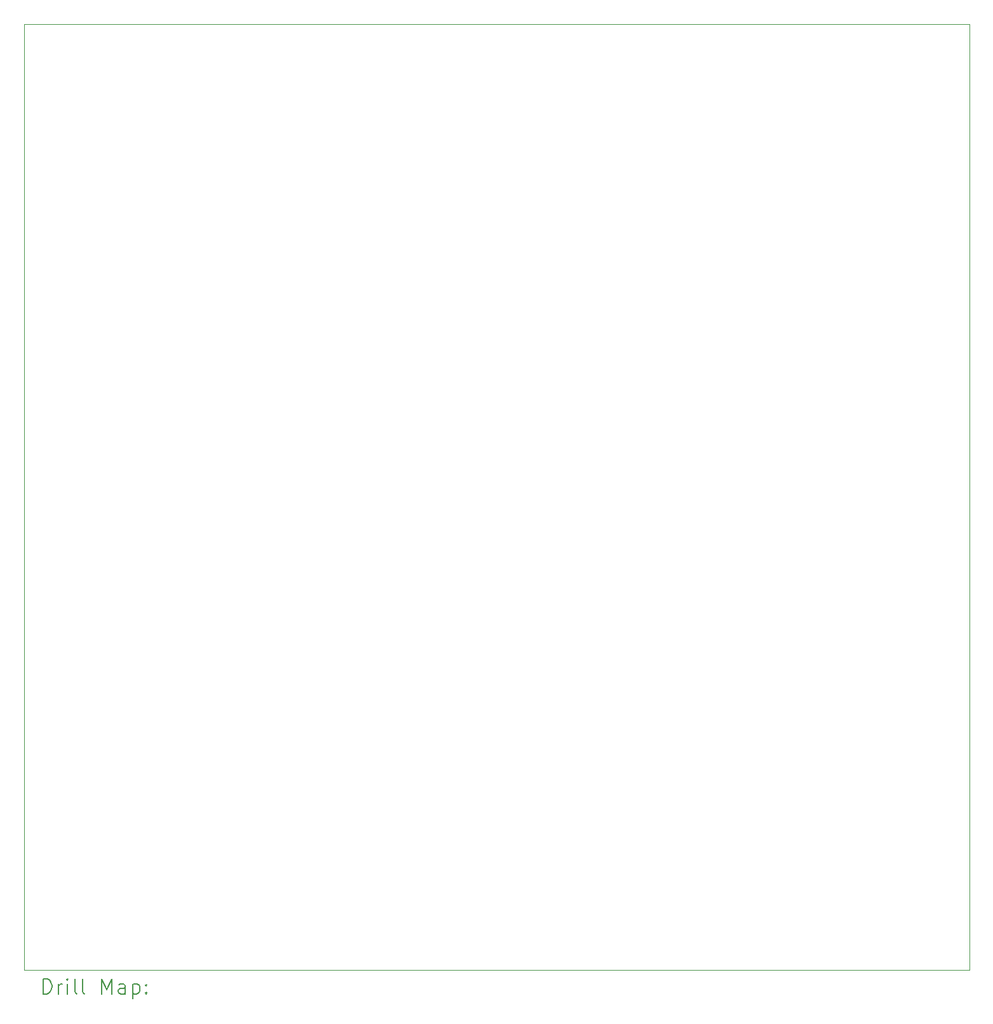
<source format=gbr>
%TF.GenerationSoftware,KiCad,Pcbnew,8.0.1*%
%TF.CreationDate,2024-04-24T16:38:48-04:00*%
%TF.ProjectId,RGBsensorBoard,52474273-656e-4736-9f72-426f6172642e,rev?*%
%TF.SameCoordinates,Original*%
%TF.FileFunction,Drillmap*%
%TF.FilePolarity,Positive*%
%FSLAX45Y45*%
G04 Gerber Fmt 4.5, Leading zero omitted, Abs format (unit mm)*
G04 Created by KiCad (PCBNEW 8.0.1) date 2024-04-24 16:38:48*
%MOMM*%
%LPD*%
G01*
G04 APERTURE LIST*
%ADD10C,0.050000*%
%ADD11C,0.200000*%
G04 APERTURE END LIST*
D10*
X13935568Y-1281242D02*
X13935567Y-13881242D01*
X1335568Y-13881242D01*
X1335568Y-1281242D01*
X13935568Y-1281242D01*
D11*
X1593844Y-14195226D02*
X1593844Y-13995226D01*
X1593844Y-13995226D02*
X1641463Y-13995226D01*
X1641463Y-13995226D02*
X1670035Y-14004750D01*
X1670035Y-14004750D02*
X1689082Y-14023798D01*
X1689082Y-14023798D02*
X1698606Y-14042845D01*
X1698606Y-14042845D02*
X1708130Y-14080940D01*
X1708130Y-14080940D02*
X1708130Y-14109512D01*
X1708130Y-14109512D02*
X1698606Y-14147607D01*
X1698606Y-14147607D02*
X1689082Y-14166655D01*
X1689082Y-14166655D02*
X1670035Y-14185702D01*
X1670035Y-14185702D02*
X1641463Y-14195226D01*
X1641463Y-14195226D02*
X1593844Y-14195226D01*
X1793844Y-14195226D02*
X1793844Y-14061893D01*
X1793844Y-14099988D02*
X1803368Y-14080940D01*
X1803368Y-14080940D02*
X1812892Y-14071417D01*
X1812892Y-14071417D02*
X1831940Y-14061893D01*
X1831940Y-14061893D02*
X1850987Y-14061893D01*
X1917654Y-14195226D02*
X1917654Y-14061893D01*
X1917654Y-13995226D02*
X1908130Y-14004750D01*
X1908130Y-14004750D02*
X1917654Y-14014274D01*
X1917654Y-14014274D02*
X1927178Y-14004750D01*
X1927178Y-14004750D02*
X1917654Y-13995226D01*
X1917654Y-13995226D02*
X1917654Y-14014274D01*
X2041463Y-14195226D02*
X2022416Y-14185702D01*
X2022416Y-14185702D02*
X2012892Y-14166655D01*
X2012892Y-14166655D02*
X2012892Y-13995226D01*
X2146225Y-14195226D02*
X2127178Y-14185702D01*
X2127178Y-14185702D02*
X2117654Y-14166655D01*
X2117654Y-14166655D02*
X2117654Y-13995226D01*
X2374797Y-14195226D02*
X2374797Y-13995226D01*
X2374797Y-13995226D02*
X2441464Y-14138083D01*
X2441464Y-14138083D02*
X2508130Y-13995226D01*
X2508130Y-13995226D02*
X2508130Y-14195226D01*
X2689083Y-14195226D02*
X2689083Y-14090464D01*
X2689083Y-14090464D02*
X2679559Y-14071417D01*
X2679559Y-14071417D02*
X2660511Y-14061893D01*
X2660511Y-14061893D02*
X2622416Y-14061893D01*
X2622416Y-14061893D02*
X2603368Y-14071417D01*
X2689083Y-14185702D02*
X2670035Y-14195226D01*
X2670035Y-14195226D02*
X2622416Y-14195226D01*
X2622416Y-14195226D02*
X2603368Y-14185702D01*
X2603368Y-14185702D02*
X2593844Y-14166655D01*
X2593844Y-14166655D02*
X2593844Y-14147607D01*
X2593844Y-14147607D02*
X2603368Y-14128559D01*
X2603368Y-14128559D02*
X2622416Y-14119036D01*
X2622416Y-14119036D02*
X2670035Y-14119036D01*
X2670035Y-14119036D02*
X2689083Y-14109512D01*
X2784321Y-14061893D02*
X2784321Y-14261893D01*
X2784321Y-14071417D02*
X2803368Y-14061893D01*
X2803368Y-14061893D02*
X2841463Y-14061893D01*
X2841463Y-14061893D02*
X2860511Y-14071417D01*
X2860511Y-14071417D02*
X2870035Y-14080940D01*
X2870035Y-14080940D02*
X2879559Y-14099988D01*
X2879559Y-14099988D02*
X2879559Y-14157131D01*
X2879559Y-14157131D02*
X2870035Y-14176178D01*
X2870035Y-14176178D02*
X2860511Y-14185702D01*
X2860511Y-14185702D02*
X2841463Y-14195226D01*
X2841463Y-14195226D02*
X2803368Y-14195226D01*
X2803368Y-14195226D02*
X2784321Y-14185702D01*
X2965273Y-14176178D02*
X2974797Y-14185702D01*
X2974797Y-14185702D02*
X2965273Y-14195226D01*
X2965273Y-14195226D02*
X2955749Y-14185702D01*
X2955749Y-14185702D02*
X2965273Y-14176178D01*
X2965273Y-14176178D02*
X2965273Y-14195226D01*
X2965273Y-14071417D02*
X2974797Y-14080940D01*
X2974797Y-14080940D02*
X2965273Y-14090464D01*
X2965273Y-14090464D02*
X2955749Y-14080940D01*
X2955749Y-14080940D02*
X2965273Y-14071417D01*
X2965273Y-14071417D02*
X2965273Y-14090464D01*
M02*

</source>
